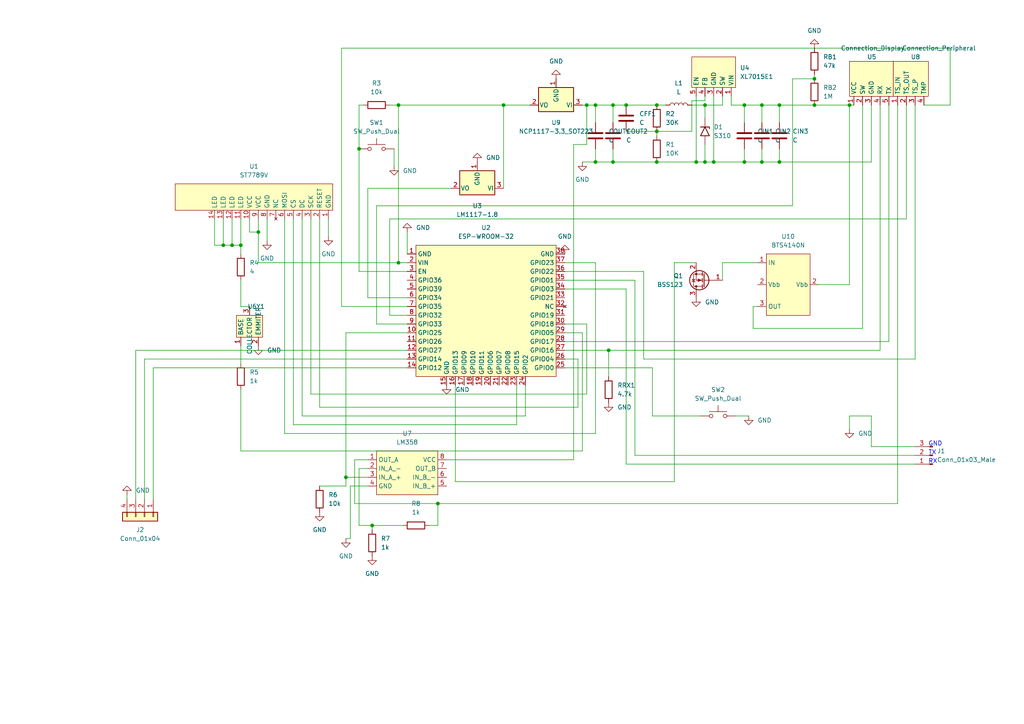
<source format=kicad_sch>
(kicad_sch (version 20211123) (generator eeschema)
  (paper "A4")
  (lib_symbols
    (symbol "Connector:Conn_01x03_Male" (pin_names (offset 1.016) hide)
      (property "Reference" "J" (at 0 5.08 0))
      (property "Value" "Conn_01x03_Male" (at 0 -5.08 0))
      (symbol "Conn_01x03_Male_1_1"
        (polyline (pts (xy 1.27 -2.54) (xy 0.8636 -2.54)) (stroke (width 0.1524)))
        (polyline (pts (xy 1.27 0) (xy 0.8636 0)) (stroke (width 0.1524)))
        (polyline (pts (xy 1.27 2.54) (xy 0.8636 2.54)) (stroke (width 0.1524)))
        (rectangle (start 0.8636 -2.413) (end 0 -2.667) (stroke (width 0.1524)) (fill (type outline)))
        (rectangle (start 0.8636 0.127) (end 0 -0.127) (stroke (width 0.1524)) (fill (type outline)))
        (rectangle (start 0.8636 2.667) (end 0 2.413) (stroke (width 0.1524)) (fill (type outline)))
        (pin passive line (at 5.08 2.54 180) (length 3.81) (name "Pin_1") (number "1"))
        (pin passive line (at 5.08 0 180) (length 3.81) (name "Pin_2") (number "2"))
        (pin passive line (at 5.08 -2.54 180) (length 3.81) (name "Pin_3") (number "3"))
      )
    )
    (symbol "Connector_Generic:Conn_01x04" (pin_names (offset 1.016) hide)
      (property "Reference" "J" (at 0 5.08 0))
      (property "Value" "Conn_01x04" (at 0 -7.62 0))
      (symbol "Conn_01x04_1_1"
        (rectangle (start -1.27 -4.953) (end 0 -5.207) (stroke (width 0.1524)))
        (rectangle (start -1.27 -2.413) (end 0 -2.667) (stroke (width 0.1524)))
        (rectangle (start -1.27 0.127) (end 0 -0.127) (stroke (width 0.1524)))
        (rectangle (start -1.27 2.667) (end 0 2.413) (stroke (width 0.1524)))
        (rectangle (start -1.27 3.81) (end 1.27 -6.35) (stroke (width 0.254)) (fill (type background)))
        (pin passive line (at -5.08 2.54 0) (length 3.81) (name "Pin_1") (number "1"))
        (pin passive line (at -5.08 0 0) (length 3.81) (name "Pin_2") (number "2"))
        (pin passive line (at -5.08 -2.54 0) (length 3.81) (name "Pin_3") (number "3"))
        (pin passive line (at -5.08 -5.08 0) (length 3.81) (name "Pin_4") (number "4"))
      )
    )
    (symbol "Device:C" (pin_numbers hide) (pin_names (offset 0.254))
      (property "Reference" "C" (at 0.635 2.54 0))
      (property "Value" "C" (at 0.635 -2.54 0))
      (symbol "C_0_1"
        (polyline (pts (xy -2.032 -0.762) (xy 2.032 -0.762)) (stroke (width 0.508)))
        (polyline (pts (xy -2.032 0.762) (xy 2.032 0.762)) (stroke (width 0.508)))
      )
      (symbol "C_1_1"
        (pin passive line (at 0 3.81 270) (length 2.794) (name "~") (number "1"))
        (pin passive line (at 0 -3.81 90) (length 2.794) (name "~") (number "2"))
      )
    )
    (symbol "Device:L" (pin_numbers hide) (pin_names (offset 1.016) hide)
      (property "Reference" "L" (at -1.27 0 90))
      (property "Value" "L" (at 1.905 0 90))
      (symbol "L_0_1"
        (arc (start 0 -2.54) (mid 0.635 -1.905) (end 0 -1.27))
        (arc (start 0 -1.27) (mid 0.635 -0.635) (end 0 0))
        (arc (start 0 0) (mid 0.635 0.635) (end 0 1.27))
        (arc (start 0 1.27) (mid 0.635 1.905) (end 0 2.54))
      )
      (symbol "L_1_1"
        (pin passive line (at 0 3.81 270) (length 1.27) (name "1") (number "1"))
        (pin passive line (at 0 -3.81 90) (length 1.27) (name "2") (number "2"))
      )
    )
    (symbol "Device:R" (pin_numbers hide) (pin_names (offset 0))
      (property "Reference" "R" (at 2.032 0 90))
      (property "Value" "R" (at 0 0 90))
      (symbol "R_0_1"
        (rectangle (start -1.016 -2.54) (end 1.016 2.54) (stroke (width 0.254)))
      )
      (symbol "R_1_1"
        (pin passive line (at 0 3.81 270) (length 1.27) (name "~") (number "1"))
        (pin passive line (at 0 -3.81 90) (length 1.27) (name "~") (number "2"))
      )
    )
    (symbol "Diode:1.5KExxA" (pin_numbers hide) (pin_names (offset 1.016) hide)
      (property "Reference" "D" (at 0 2.54 0))
      (property "Value" "1.5KExxA" (at 0 -2.54 0))
      (symbol "1.5KExxA_0_1"
        (polyline (pts (xy -0.762 1.27) (xy -1.27 1.27) (xy -1.27 -1.27)) (stroke (width 0.254)))
        (polyline (pts (xy 1.27 1.27) (xy 1.27 -1.27) (xy -1.27 0) (xy 1.27 1.27)) (stroke (width 0.254)))
      )
      (symbol "1.5KExxA_1_1"
        (pin passive line (at -3.81 0 0) (length 2.54) (name "A1") (number "1"))
        (pin passive line (at 3.81 0 180) (length 2.54) (name "A2") (number "2"))
      )
    )
    (symbol "Display:ST7789V"
      (property "Reference" "U" (at -12.7 -10.16 0))
      (property "Value" "ST7789V" (at -17.78 -10.16 0))
      (symbol "ST7789V_0_1"
        (rectangle (start -39.37 -8.89) (end 6.35 -16.51) (fill (type background)))
      )
      (symbol "ST7789V_1_1"
        (pin bidirectional line (at 5.08 -19.05 90) (length 2.54) (name "GND") (number "1"))
        (pin bidirectional line (at -17.78 -19.05 90) (length 2.54) (name "VCC") (number "10"))
        (pin bidirectional line (at -20.32 -19.05 90) (length 2.54) (name "LED") (number "11"))
        (pin bidirectional line (at -22.86 -19.05 90) (length 2.54) (name "LED") (number "12"))
        (pin bidirectional line (at -25.4 -19.05 90) (length 2.54) (name "LED") (number "13"))
        (pin bidirectional line (at -27.94 -19.05 90) (length 2.54) (name "LED") (number "14"))
        (pin bidirectional line (at 2.54 -19.05 90) (length 2.54) (name "RESET") (number "2"))
        (pin bidirectional line (at 0 -19.05 90) (length 2.54) (name "SCK") (number "3"))
        (pin bidirectional line (at -2.54 -19.05 90) (length 2.54) (name "DC") (number "4"))
        (pin bidirectional line (at -5.08 -19.05 90) (length 2.54) (name "CS") (number "5"))
        (pin bidirectional line (at -7.62 -19.05 90) (length 2.54) (name "MOSI") (number "6"))
        (pin no_connect line (at -10.16 -19.05 90) (length 2.54) (name "NC") (number "7"))
        (pin bidirectional line (at -12.7 -19.05 90) (length 2.54) (name "GND") (number "8"))
        (pin bidirectional line (at -15.24 -19.05 90) (length 2.54) (name "VCC") (number "9"))
      )
    )
    (symbol "Espressif:ESP-WROOM-32"
      (property "Reference" "U2" (at -5.08 12.7 0))
      (property "Value" "ESP-WROOM-32" (at -5.08 10.16 0))
      (symbol "ESP-WROOM-32_0_1"
        (rectangle (start -25.4 7.62) (end 15.24 -30.48) (fill (type background)))
      )
      (symbol "ESP-WROOM-32_1_1"
        (pin bidirectional line (at -27.94 5.08 0) (length 2.54) (name "GND") (number "1"))
        (pin bidirectional line (at -27.94 -17.78 0) (length 2.54) (name "GPIO25") (number "10"))
        (pin bidirectional line (at -27.94 -20.32 0) (length 2.54) (name "GPIO26") (number "11"))
        (pin bidirectional line (at -27.94 -22.86 0) (length 2.54) (name "GPIO27") (number "12"))
        (pin bidirectional line (at -27.94 -25.4 0) (length 2.54) (name "GPIO14") (number "13"))
        (pin bidirectional line (at -27.94 -27.94 0) (length 2.54) (name "GPIO12") (number "14"))
        (pin bidirectional line (at -16.51 -33.02 90) (length 2.54) (name "GND") (number "15"))
        (pin bidirectional line (at -13.97 -33.02 90) (length 2.54) (name "GPIO13") (number "16"))
        (pin bidirectional line (at -11.43 -33.02 90) (length 2.54) (name "GPIO09") (number "17"))
        (pin bidirectional line (at -8.89 -33.02 90) (length 2.54) (name "GPIO10") (number "18"))
        (pin bidirectional line (at -6.35 -33.02 90) (length 2.54) (name "GPIO11") (number "19"))
        (pin power_in line (at -27.94 2.54 0) (length 2.54) (name "VIN") (number "2"))
        (pin bidirectional line (at -3.81 -33.02 90) (length 2.54) (name "GPIO06") (number "20"))
        (pin bidirectional line (at -1.27 -33.02 90) (length 2.54) (name "GPIO07") (number "21"))
        (pin bidirectional line (at 1.27 -33.02 90) (length 2.54) (name "GPIO08") (number "22"))
        (pin bidirectional line (at 3.81 -33.02 90) (length 2.54) (name "GPIO15") (number "23"))
        (pin bidirectional line (at 6.35 -33.02 90) (length 2.54) (name "GPIO2") (number "24"))
        (pin bidirectional line (at 17.78 -27.94 180) (length 2.54) (name "GPIO0") (number "25"))
        (pin bidirectional line (at 17.78 -25.4 180) (length 2.54) (name "GPIO04") (number "26"))
        (pin bidirectional line (at 17.78 -22.86 180) (length 2.54) (name "GPIO16") (number "27"))
        (pin bidirectional line (at 17.78 -20.32 180) (length 2.54) (name "GPIO17") (number "28"))
        (pin bidirectional line (at 17.78 -17.78 180) (length 2.54) (name "GPIO05") (number "29"))
        (pin bidirectional line (at -27.94 0 0) (length 2.54) (name "EN") (number "3"))
        (pin bidirectional line (at 17.78 -15.24 180) (length 2.54) (name "GPIO18") (number "30"))
        (pin bidirectional line (at 17.78 -12.7 180) (length 2.54) (name "GPIO19") (number "31"))
        (pin no_connect line (at 17.78 -10.16 180) (length 2.54) (name "NC") (number "32"))
        (pin bidirectional line (at 17.78 -7.62 180) (length 2.54) (name "GPIO21") (number "33"))
        (pin bidirectional line (at 17.78 -5.08 180) (length 2.54) (name "GPIO03") (number "34"))
        (pin bidirectional line (at 17.78 -2.54 180) (length 2.54) (name "GPIO01") (number "35"))
        (pin bidirectional line (at 17.78 0 180) (length 2.54) (name "GPIO22") (number "36"))
        (pin bidirectional line (at 17.78 2.54 180) (length 2.54) (name "GPIO23") (number "37"))
        (pin bidirectional line (at 17.78 5.08 180) (length 2.54) (name "GND") (number "38"))
        (pin bidirectional line (at -27.94 -2.54 0) (length 2.54) (name "GPIO36") (number "4"))
        (pin bidirectional line (at -27.94 -5.08 0) (length 2.54) (name "GPIO39") (number "5"))
        (pin bidirectional line (at -27.94 -7.62 0) (length 2.54) (name "GPIO34") (number "6"))
        (pin bidirectional line (at -27.94 -10.16 0) (length 2.54) (name "GPIO35") (number "7"))
        (pin bidirectional line (at -27.94 -12.7 0) (length 2.54) (name "GPIO32") (number "8"))
        (pin bidirectional line (at -27.94 -15.24 0) (length 2.54) (name "GPIO33") (number "9"))
      )
    )
    (symbol "KT_Display:BTS4140N"
      (property "Reference" "U" (at 0 2.54 0))
      (property "Value" "BTS4140N" (at 0 1.27 0))
      (symbol "BTS4140N_0_1"
        (rectangle (start 8.89 -5.08) (end -8.89 7.62) (fill (type background)))
      )
      (symbol "BTS4140N_1_1"
        (pin input line (at -6.35 -7.62 90) (length 2.54) (name "IN") (number "1"))
        (pin input line (at 0 -7.62 90) (length 2.54) (name "Vbb") (number "2"))
        (pin input line (at 0 10.16 270) (length 2.54) (name "Vbb") (number "2"))
        (pin output line (at 6.35 -7.62 90) (length 2.54) (name "OUT") (number "3"))
      )
    )
    (symbol "KT_Display:Connection_Display"
      (property "Reference" "U" (at 0 6.35 0))
      (property "Value" "Connection_Display" (at -1.27 8.89 0))
      (symbol "Connection_Display_0_1"
        (rectangle (start -6.35 5.08) (end 6.35 -5.08) (fill (type background)))
      )
      (symbol "Connection_Display_1_1"
        (pin output line (at -5.08 -7.62 90) (length 2.54) (name "VCC") (number "1"))
        (pin input line (at -2.54 -7.62 90) (length 2.54) (name "SW") (number "2"))
        (pin bidirectional line (at 0 -7.62 90) (length 2.54) (name "GND") (number "3"))
        (pin output line (at 2.54 -7.62 90) (length 2.54) (name "RX") (number "4"))
        (pin input line (at 5.08 -7.62 90) (length 2.54) (name "TX") (number "5"))
      )
    )
    (symbol "KT_Display:Connection_Peripheral"
      (property "Reference" "U" (at 0 6.35 0))
      (property "Value" "Connection_Peripheral" (at 0 8.89 0))
      (symbol "Connection_Peripheral_0_1"
        (rectangle (start -5.08 5.08) (end 5.08 -5.08) (fill (type background)))
      )
      (symbol "Connection_Peripheral_1_1"
        (pin input line (at -3.81 -7.62 90) (length 2.54) (name "TS_IN") (number "1"))
        (pin output line (at -1.27 -7.62 90) (length 2.54) (name "TS_OUT") (number "2"))
        (pin input line (at 1.27 -7.62 90) (length 2.54) (name "TS_P") (number "3"))
        (pin output line (at 3.81 -7.62 90) (length 2.54) (name "TMP") (number "4"))
      )
    )
    (symbol "KT_Display:LM358"
      (property "Reference" "U" (at 0 1.27 0))
      (property "Value" "LM358" (at -1.27 8.89 0))
      (symbol "LM358_0_1"
        (rectangle (start -6.35 7.62) (end 11.43 -5.08) (fill (type background)))
      )
      (symbol "LM358_1_1"
        (pin output line (at -8.89 5.08 0) (length 2.54) (name "OUT_A") (number "1"))
        (pin input line (at -8.89 2.54 0) (length 2.54) (name "IN_A_-") (number "2"))
        (pin input line (at -8.89 0 0) (length 2.54) (name "IN_A_+") (number "3"))
        (pin bidirectional line (at -8.89 -2.54 0) (length 2.54) (name "GND") (number "4"))
        (pin input line (at 13.97 -2.54 180) (length 2.54) (name "IN_B_+") (number "5"))
        (pin input line (at 13.97 0 180) (length 2.54) (name "IN_B_-") (number "6"))
        (pin output line (at 13.97 2.54 180) (length 2.54) (name "OUT_B") (number "7"))
        (pin input line (at 13.97 5.08 180) (length 2.54) (name "VCC") (number "8"))
      )
    )
    (symbol "KT_Display:XL7015E1"
      (property "Reference" "U" (at -3.81 1.27 0))
      (property "Value" "XL7015E1" (at 1.27 3.81 0))
      (symbol "XL7015E1_0_1"
        (rectangle (start -5.08 5.08) (end 7.62 -3.81) (fill (type background)))
      )
      (symbol "XL7015E1_1_1"
        (pin bidirectional line (at 6.35 -6.35 90) (length 2.54) (name "VIN") (number "1"))
        (pin bidirectional line (at 3.81 -6.35 90) (length 2.54) (name "SW") (number "2"))
        (pin bidirectional line (at 1.27 -6.35 90) (length 2.54) (name "GND") (number "3"))
        (pin bidirectional line (at -1.27 -6.35 90) (length 2.54) (name "FB") (number "4"))
        (pin bidirectional line (at -3.81 -6.35 90) (length 2.54) (name "EN") (number "5"))
      )
    )
    (symbol "KT_Display:Y1"
      (property "Reference" "U6" (at 5.08 0.6351 90))
      (property "Value" "Y1" (at 5.08 -1.9049 90))
      (symbol "Y1_0_1"
        (rectangle (start -3.81 3.81) (end 2.54 -3.81) (fill (type background)))
      )
      (symbol "Y1_1_1"
        (pin input line (at -6.35 2.54 0) (length 2.54) (name "BASE") (number "1"))
        (pin input line (at -6.35 -2.54 0) (length 2.54) (name "EMMITER") (number "2"))
        (pin output line (at 5.08 0 180) (length 2.54) (name "COLLECTOR") (number "3"))
      )
    )
    (symbol "Regulator_Linear:LM1117-1.8" (pin_names (offset 0.254))
      (property "Reference" "U" (at -3.81 3.175 0))
      (property "Value" "LM1117-1.8" (at 0 3.175 0))
      (symbol "LM1117-1.8_0_1"
        (rectangle (start -5.08 -5.08) (end 5.08 1.905) (stroke (width 0.254)) (fill (type background)))
      )
      (symbol "LM1117-1.8_1_1"
        (pin power_in line (at 0 -7.62 90) (length 2.54) (name "GND") (number "1"))
        (pin power_out line (at 7.62 0 180) (length 2.54) (name "VO") (number "2"))
        (pin power_in line (at -7.62 0 0) (length 2.54) (name "VI") (number "3"))
      )
    )
    (symbol "Regulator_Linear:NCP1117-3.3_SOT223" (pin_names (offset 0.254))
      (property "Reference" "U" (at -3.81 3.175 0))
      (property "Value" "NCP1117-3.3_SOT223" (at 0 3.175 0))
      (symbol "NCP1117-3.3_SOT223_0_1"
        (rectangle (start -5.08 -5.08) (end 5.08 1.905) (stroke (width 0.254)) (fill (type background)))
      )
      (symbol "NCP1117-3.3_SOT223_1_1"
        (pin power_in line (at 0 -7.62 90) (length 2.54) (name "GND") (number "1"))
        (pin power_out line (at 7.62 0 180) (length 2.54) (name "VO") (number "2"))
        (pin power_in line (at -7.62 0 0) (length 2.54) (name "VI") (number "3"))
      )
    )
    (symbol "Switch:SW_Push" (pin_numbers hide) (pin_names (offset 1.016) hide)
      (property "Reference" "SW" (at 1.27 2.54 0))
      (property "Value" "SW_Push" (at 0 -1.524 0))
      (symbol "SW_Push_0_1"
        (circle (center -2.032 0) (radius 0.508))
        (polyline (pts (xy 0 1.27) (xy 0 3.048)))
        (polyline (pts (xy 2.54 1.27) (xy -2.54 1.27)))
        (circle (center 2.032 0) (radius 0.508))
        (pin passive line (at -5.08 0 0) (length 2.54) (name "1") (number "1"))
        (pin passive line (at 5.08 0 180) (length 2.54) (name "2") (number "2"))
      )
    )
    (symbol "Transistor_FET:BSS123" (pin_names hide)
      (property "Reference" "Q" (at 5.08 1.905 0))
      (property "Value" "BSS123" (at 5.08 0 0))
      (symbol "BSS123_0_1"
        (polyline (pts (xy 0.254 0) (xy -2.54 0)))
        (polyline (pts (xy 0.254 1.905) (xy 0.254 -1.905)) (stroke (width 0.254)))
        (polyline (pts (xy 0.762 -1.27) (xy 0.762 -2.286)) (stroke (width 0.254)))
        (polyline (pts (xy 0.762 0.508) (xy 0.762 -0.508)) (stroke (width 0.254)))
        (polyline (pts (xy 0.762 2.286) (xy 0.762 1.27)) (stroke (width 0.254)))
        (polyline (pts (xy 2.54 2.54) (xy 2.54 1.778)))
        (polyline (pts (xy 2.54 -2.54) (xy 2.54 0) (xy 0.762 0)))
        (polyline (pts (xy 0.762 -1.778) (xy 3.302 -1.778) (xy 3.302 1.778) (xy 0.762 1.778)))
        (polyline (pts (xy 1.016 0) (xy 2.032 0.381) (xy 2.032 -0.381) (xy 1.016 0)) (fill (type outline)))
        (polyline (pts (xy 2.794 0.508) (xy 2.921 0.381) (xy 3.683 0.381) (xy 3.81 0.254)))
        (polyline (pts (xy 3.302 0.381) (xy 2.921 -0.254) (xy 3.683 -0.254) (xy 3.302 0.381)))
        (circle (center 1.651 0) (radius 2.794) (stroke (width 0.254)))
        (circle (center 2.54 -1.778) (radius 0.254) (fill (type outline)))
        (circle (center 2.54 1.778) (radius 0.254) (fill (type outline)))
      )
      (symbol "BSS123_1_1"
        (pin input line (at -5.08 0 0) (length 2.54) (name "G") (number "1"))
        (pin passive line (at 2.54 -5.08 90) (length 2.54) (name "S") (number "2"))
        (pin passive line (at 2.54 5.08 270) (length 2.54) (name "D") (number "3"))
      )
    )
    (symbol "power:GND" (power) (pin_names (offset 0))
      (property "Value" "GND" (at 0 -3.81 0))
      (symbol "GND_0_1"
        (polyline (pts (xy 0 0) (xy 0 -1.27) (xy 1.27 -1.27) (xy 0 -2.54) (xy -1.27 -1.27) (xy 0 -1.27)))
      )
      (symbol "GND_1_1"
        (pin power_in line (at 0 0 270) (length 0) hide (name "GND") (number "1"))
      )
    )
  )
  (junction (at 220.98 30.48))
  (junction (at 215.9 46.99))
  (junction (at 236.22 22.86))
  (junction (at 115.57 76.2))
  (junction (at 204.47 30.48))
  (junction (at 177.8 46.99))
  (junction (at 201.93 46.99))
  (junction (at 226.06 46.99))
  (junction (at 176.53 101.6))
  (junction (at 246.38 30.48))
  (junction (at 115.57 30.48))
  (junction (at 190.5 30.48))
  (junction (at 170.18 30.48))
  (junction (at 236.22 30.48))
  (junction (at 226.06 30.48))
  (junction (at 100.33 138.43))
  (junction (at 215.9 30.48))
  (junction (at 74.93 67.31))
  (junction (at 177.8 30.48))
  (junction (at 190.5 46.99))
  (junction (at 190.5 38.1))
  (junction (at 172.72 30.48))
  (junction (at 127 146.05))
  (junction (at 146.05 30.48))
  (junction (at 67.31 71.12))
  (junction (at 204.47 46.99))
  (junction (at 104.14 43.18))
  (junction (at 69.85 71.12))
  (junction (at 181.61 30.48))
  (junction (at 220.98 46.99))
  (junction (at 172.72 46.99))
  (junction (at 64.77 71.12))
  (junction (at 207.01 46.99))
  (junction (at 107.95 152.4))
  (wire (pts (xy 252.73 120.65) (xy 246.38 120.65)))
  (wire (pts (xy 275.59 30.48) (xy 267.97 30.48)))
  (wire (pts (xy 226.06 30.48) (xy 226.06 35.56)))
  (wire (pts (xy 115.57 30.48) (xy 115.57 76.2)))
  (wire (pts (xy 186.69 78.74) (xy 186.69 104.14)))
  (wire (pts (xy 104.14 43.18) (xy 104.14 78.74)))
  (wire (pts (xy 109.22 59.69) (xy 109.22 93.98)))
  (wire (pts (xy 115.57 76.2) (xy 118.11 76.2)))
  (wire (pts (xy 170.18 30.48) (xy 170.18 41.91)))
  (wire (pts (xy 166.37 41.91) (xy 166.37 133.35)))
  (wire (pts (xy 236.22 22.86) (xy 229.87 22.86)))
  (wire (pts (xy 201.93 76.2) (xy 195.58 76.2)))
  (wire (pts (xy 215.9 30.48) (xy 212.09 30.48)))
  (wire (pts (xy 163.83 101.6) (xy 176.53 101.6)))
  (wire (pts (xy 166.37 133.35) (xy 129.54 133.35)))
  (wire (pts (xy 209.55 81.28) (xy 209.55 76.2)))
  (wire (pts (xy 217.17 120.65) (xy 213.36 120.65)))
  (wire (pts (xy 113.03 63.5) (xy 262.89 63.5)))
  (wire (pts (xy 105.41 30.48) (xy 104.14 30.48)))
  (wire (pts (xy 114.3 43.18) (xy 114.3 48.26)))
  (wire (pts (xy 77.47 63.5) (xy 77.47 69.85)))
  (wire (pts (xy 218.44 88.9) (xy 219.71 88.9)))
  (wire (pts (xy 104.14 30.48) (xy 104.14 43.18)))
  (wire (pts (xy 181.61 83.82) (xy 163.83 83.82)))
  (wire (pts (xy 62.23 63.5) (xy 62.23 71.12)))
  (wire (pts (xy 163.83 78.74) (xy 186.69 78.74)))
  (wire (pts (xy 85.09 123.19) (xy 149.86 123.19)))
  (wire (pts (xy 203.2 120.65) (xy 189.23 120.65)))
  (wire (pts (xy 265.43 104.14) (xy 265.43 30.48)))
  (wire (pts (xy 130.81 54.61) (xy 106.68 54.61)))
  (wire (pts (xy 72.39 67.31) (xy 74.93 67.31)))
  (wire (pts (xy 204.47 29.21) (xy 200.66 29.21)))
  (wire (pts (xy 170.18 41.91) (xy 166.37 41.91)))
  (wire (pts (xy 275.59 13.97) (xy 275.59 30.48)))
  (wire (pts (xy 85.09 63.5) (xy 85.09 123.19)))
  (wire (pts (xy 226.06 30.48) (xy 236.22 30.48)))
  (wire (pts (xy 257.81 99.06) (xy 257.81 30.48)))
  (wire (pts (xy 106.68 135.89) (xy 104.14 135.89)))
  (wire (pts (xy 200.66 30.48) (xy 204.47 30.48)))
  (wire (pts (xy 69.85 71.12) (xy 69.85 63.5)))
  (wire (pts (xy 82.55 125.73) (xy 172.72 125.73)))
  (wire (pts (xy 220.98 43.18) (xy 220.98 46.99)))
  (wire (pts (xy 100.33 138.43) (xy 106.68 138.43)))
  (wire (pts (xy 181.61 30.48) (xy 177.8 30.48)))
  (wire (pts (xy 44.45 106.68) (xy 44.45 144.78)))
  (wire (pts (xy 229.87 59.69) (xy 109.22 59.69)))
  (wire (pts (xy 41.91 104.14) (xy 41.91 144.78)))
  (wire (pts (xy 181.61 38.1) (xy 190.5 38.1)))
  (wire (pts (xy 87.63 120.65) (xy 152.4 120.65)))
  (wire (pts (xy 90.17 63.5) (xy 90.17 114.3)))
  (wire (pts (xy 163.83 96.52) (xy 168.91 96.52)))
  (wire (pts (xy 118.11 101.6) (xy 39.37 101.6)))
  (wire (pts (xy 246.38 30.48) (xy 247.65 30.48)))
  (wire (pts (xy 101.6 140.97) (xy 101.6 156.21)))
  (wire (pts (xy 220.98 30.48) (xy 226.06 30.48)))
  (wire (pts (xy 146.05 30.48) (xy 146.05 54.61)))
  (wire (pts (xy 118.11 91.44) (xy 113.03 91.44)))
  (wire (pts (xy 100.33 138.43) (xy 100.33 140.97)))
  (wire (pts (xy 132.08 111.76) (xy 132.08 139.7)))
  (wire (pts (xy 260.35 146.05) (xy 260.35 30.48)))
  (wire (pts (xy 99.06 88.9) (xy 99.06 13.97)))
  (wire (pts (xy 118.11 67.31) (xy 118.11 73.66)))
  (wire (pts (xy 72.39 88.9) (xy 69.85 88.9)))
  (wire (pts (xy 209.55 27.94) (xy 209.55 30.48)))
  (wire (pts (xy 215.9 30.48) (xy 220.98 30.48)))
  (wire (pts (xy 127 146.05) (xy 260.35 146.05)))
  (wire (pts (xy 176.53 109.22) (xy 176.53 101.6)))
  (wire (pts (xy 190.5 38.1) (xy 190.5 39.37)))
  (wire (pts (xy 177.8 43.18) (xy 177.8 46.99)))
  (wire (pts (xy 226.06 46.99) (xy 252.73 46.99)))
  (wire (pts (xy 177.8 46.99) (xy 190.5 46.99)))
  (wire (pts (xy 172.72 30.48) (xy 172.72 35.56)))
  (wire (pts (xy 226.06 43.18) (xy 226.06 46.99)))
  (wire (pts (xy 69.85 81.28) (xy 69.85 88.9)))
  (wire (pts (xy 90.17 114.3) (xy 170.18 114.3)))
  (wire (pts (xy 87.63 63.5) (xy 87.63 120.65)))
  (wire (pts (xy 220.98 46.99) (xy 226.06 46.99)))
  (wire (pts (xy 118.11 96.52) (xy 100.33 96.52)))
  (wire (pts (xy 204.47 27.94) (xy 204.47 29.21)))
  (wire (pts (xy 170.18 114.3) (xy 170.18 93.98)))
  (wire (pts (xy 67.31 71.12) (xy 67.31 63.5)))
  (wire (pts (xy 262.89 63.5) (xy 262.89 30.48)))
  (wire (pts (xy 229.87 22.86) (xy 229.87 59.69)))
  (wire (pts (xy 212.09 30.48) (xy 212.09 27.94)))
  (wire (pts (xy 195.58 76.2) (xy 195.58 139.7)))
  (wire (pts (xy 218.44 95.25) (xy 218.44 88.9)))
  (wire (pts (xy 184.15 132.08) (xy 184.15 81.28)))
  (wire (pts (xy 265.43 134.62) (xy 181.61 134.62)))
  (wire (pts (xy 124.46 152.4) (xy 127 152.4)))
  (wire (pts (xy 220.98 30.48) (xy 220.98 35.56)))
  (wire (pts (xy 69.85 105.41) (xy 69.85 100.33)))
  (wire (pts (xy 100.33 96.52) (xy 100.33 138.43)))
  (wire (pts (xy 215.9 46.99) (xy 215.9 43.18)))
  (wire (pts (xy 92.71 63.5) (xy 92.71 118.11)))
  (wire (pts (xy 115.57 30.48) (xy 146.05 30.48)))
  (wire (pts (xy 118.11 88.9) (xy 99.06 88.9)))
  (wire (pts (xy 201.93 27.94) (xy 201.93 46.99)))
  (wire (pts (xy 176.53 101.6) (xy 255.27 101.6)))
  (wire (pts (xy 236.22 21.59) (xy 236.22 22.86)))
  (wire (pts (xy 106.68 86.36) (xy 118.11 86.36)))
  (wire (pts (xy 107.95 152.4) (xy 107.95 153.67)))
  (wire (pts (xy 39.37 101.6) (xy 39.37 144.78)))
  (wire (pts (xy 250.19 30.48) (xy 250.19 95.25)))
  (wire (pts (xy 172.72 46.99) (xy 168.91 46.99)))
  (wire (pts (xy 236.22 30.48) (xy 246.38 30.48)))
  (wire (pts (xy 113.03 91.44) (xy 113.03 63.5)))
  (wire (pts (xy 101.6 156.21) (xy 100.33 156.21)))
  (wire (pts (xy 167.64 104.14) (xy 163.83 104.14)))
  (wire (pts (xy 118.11 104.14) (xy 41.91 104.14)))
  (wire (pts (xy 74.93 76.2) (xy 115.57 76.2)))
  (wire (pts (xy 146.05 30.48) (xy 153.67 30.48)))
  (wire (pts (xy 132.08 139.7) (xy 195.58 139.7)))
  (wire (pts (xy 209.55 76.2) (xy 219.71 76.2)))
  (wire (pts (xy 207.01 27.94) (xy 207.01 46.99)))
  (wire (pts (xy 127 146.05) (xy 127 152.4)))
  (wire (pts (xy 252.73 30.48) (xy 252.73 46.99)))
  (wire (pts (xy 172.72 125.73) (xy 172.72 76.2)))
  (wire (pts (xy 181.61 134.62) (xy 181.61 83.82)))
  (wire (pts (xy 64.77 63.5) (xy 64.77 71.12)))
  (wire (pts (xy 168.91 96.52) (xy 168.91 130.81)))
  (wire (pts (xy 109.22 93.98) (xy 118.11 93.98)))
  (wire (pts (xy 215.9 46.99) (xy 220.98 46.99)))
  (wire (pts (xy 62.23 71.12) (xy 64.77 71.12)))
  (wire (pts (xy 177.8 30.48) (xy 172.72 30.48)))
  (wire (pts (xy 152.4 120.65) (xy 152.4 111.76)))
  (wire (pts (xy 72.39 67.31) (xy 72.39 63.5)))
  (wire (pts (xy 102.87 146.05) (xy 127 146.05)))
  (wire (pts (xy 190.5 46.99) (xy 201.93 46.99)))
  (wire (pts (xy 246.38 120.65) (xy 246.38 124.46)))
  (wire (pts (xy 255.27 30.48) (xy 255.27 101.6)))
  (wire (pts (xy 190.5 38.1) (xy 200.66 38.1)))
  (wire (pts (xy 92.71 140.97) (xy 100.33 140.97)))
  (wire (pts (xy 69.85 73.66) (xy 69.85 71.12)))
  (wire (pts (xy 204.47 46.99) (xy 207.01 46.99)))
  (wire (pts (xy 250.19 95.25) (xy 218.44 95.25)))
  (wire (pts (xy 172.72 46.99) (xy 172.72 43.18)))
  (wire (pts (xy 265.43 129.54) (xy 252.73 129.54)))
  (wire (pts (xy 170.18 30.48) (xy 172.72 30.48)))
  (wire (pts (xy 74.93 67.31) (xy 74.93 76.2)))
  (wire (pts (xy 106.68 54.61) (xy 106.68 86.36)))
  (wire (pts (xy 95.25 63.5) (xy 95.25 68.58)))
  (wire (pts (xy 252.73 129.54) (xy 252.73 120.65)))
  (wire (pts (xy 177.8 30.48) (xy 177.8 35.56)))
  (wire (pts (xy 36.83 143.51) (xy 36.83 144.78)))
  (wire (pts (xy 74.93 67.31) (xy 74.93 63.5)))
  (wire (pts (xy 204.47 30.48) (xy 204.47 34.29)))
  (wire (pts (xy 167.64 118.11) (xy 167.64 104.14)))
  (wire (pts (xy 99.06 13.97) (xy 275.59 13.97)))
  (wire (pts (xy 168.91 130.81) (xy 69.85 130.81)))
  (wire (pts (xy 237.49 82.55) (xy 246.38 82.55)))
  (wire (pts (xy 186.69 104.14) (xy 265.43 104.14)))
  (wire (pts (xy 163.83 99.06) (xy 257.81 99.06)))
  (wire (pts (xy 82.55 63.5) (xy 82.55 125.73)))
  (wire (pts (xy 104.14 78.74) (xy 118.11 78.74)))
  (wire (pts (xy 200.66 29.21) (xy 200.66 38.1)))
  (wire (pts (xy 265.43 132.08) (xy 184.15 132.08)))
  (wire (pts (xy 92.71 118.11) (xy 167.64 118.11)))
  (wire (pts (xy 107.95 152.4) (xy 116.84 152.4)))
  (wire (pts (xy 246.38 82.55) (xy 246.38 30.48)))
  (wire (pts (xy 118.11 106.68) (xy 44.45 106.68)))
  (wire (pts (xy 69.85 71.12) (xy 67.31 71.12)))
  (wire (pts (xy 106.68 140.97) (xy 101.6 140.97)))
  (wire (pts (xy 189.23 120.65) (xy 189.23 106.68)))
  (wire (pts (xy 64.77 71.12) (xy 67.31 71.12)))
  (wire (pts (xy 170.18 93.98) (xy 163.83 93.98)))
  (wire (pts (xy 184.15 81.28) (xy 163.83 81.28)))
  (wire (pts (xy 104.14 152.4) (xy 107.95 152.4)))
  (wire (pts (xy 149.86 123.19) (xy 149.86 111.76)))
  (wire (pts (xy 189.23 106.68) (xy 163.83 106.68)))
  (wire (pts (xy 102.87 133.35) (xy 102.87 146.05)))
  (wire (pts (xy 69.85 130.81) (xy 69.85 113.03)))
  (wire (pts (xy 104.14 135.89) (xy 104.14 152.4)))
  (wire (pts (xy 190.5 30.48) (xy 193.04 30.48)))
  (wire (pts (xy 204.47 41.91) (xy 204.47 46.99)))
  (wire (pts (xy 172.72 46.99) (xy 177.8 46.99)))
  (wire (pts (xy 207.01 46.99) (xy 215.9 46.99)))
  (wire (pts (xy 215.9 30.48) (xy 215.9 35.56)))
  (wire (pts (xy 168.91 30.48) (xy 170.18 30.48)))
  (wire (pts (xy 106.68 133.35) (xy 102.87 133.35)))
  (wire (pts (xy 209.55 30.48) (xy 204.47 30.48)))
  (wire (pts (xy 172.72 76.2) (xy 163.83 76.2)))
  (wire (pts (xy 181.61 30.48) (xy 190.5 30.48)))
  (wire (pts (xy 113.03 30.48) (xy 115.57 30.48)))
  (wire (pts (xy 201.93 46.99) (xy 204.47 46.99)))
  (text "RX\n" (at 269.24 134.62 0) (effects (font (size 1.27 1.27)) (justify left bottom)))
  (text "TX\n" (at 269.24 132.08 0) (effects (font (size 1.27 1.27)) (justify left bottom)))
  (text "GND" (at 269.24 129.54 0) (effects (font (size 1.27 1.27)) (justify left bottom)))
  (symbol (lib_id "KT_Display:XL7015E1") (at 205.74 21.59 0) (unit 1)
    (property "Reference" "U4" (at 214.63 19.6849 0) (effects (justify left)))
    (property "Value" "XL7015E1" (at 214.63 22.2249 0) (effects (justify left)))
    (property "Footprint" "Package_TO_SOT_SMD:TO-252-5_TabPin3" (effects hide))
  )
  (symbol (lib_id "power:GND") (at 118.11 67.31 180) (unit 1)
    (property "Reference" "#PWR0108" (effects hide))
    (property "Value" "GND" (at 120.65 66.0399 0) (effects (justify right)))
  )
  (symbol (lib_id "power:GND") (at 163.83 73.66 180) (unit 1)
    (property "Reference" "#PWR0115" (effects hide))
    (property "Value" "GND" (at 163.83 68.58 0))
  )
  (symbol (lib_id "Device:R") (at 92.71 144.78 0) (unit 1)
    (property "Reference" "R6" (at 95.25 143.5099 0) (effects (justify left)))
    (property "Value" "10k" (at 95.25 146.0499 0) (effects (justify left)))
    (property "Footprint" "Resistor_SMD:R_1206_3216Metric_Pad1.30x1.75mm_HandSolder" (effects hide))
  )
  (symbol (lib_id "power:GND") (at 217.17 120.65 0) (unit 1)
    (property "Reference" "#PWR0102" (effects hide))
    (property "Value" "GND" (at 219.71 121.9199 0) (effects (justify left)))
  )
  (symbol (lib_id "Device:C") (at 172.72 39.37 0) (unit 1)
    (property "Reference" "COUT1" (at 176.53 38.0999 0) (effects (justify left)))
    (property "Value" "C" (at 176.53 40.6399 0) (effects (justify left)))
    (property "Footprint" "Capacitor_SMD:C_1210_3225Metric_Pad1.33x2.70mm_HandSolder" (effects hide))
  )
  (symbol (lib_id "power:GND") (at 176.53 116.84 0) (unit 1)
    (property "Reference" "#PWR0103" (effects hide))
    (property "Value" "GND" (at 179.07 118.1099 0) (effects (justify left)))
  )
  (symbol (lib_id "Regulator_Linear:NCP1117-3.3_SOT223") (at 161.29 30.48 180) (unit 1)
    (property "Reference" "U9" (at 161.29 35.56 0))
    (property "Value" "NCP1117-3.3_SOT223" (at 161.29 38.1 0))
    (property "Footprint" "Package_TO_SOT_SMD:SOT-223-3_TabPin2" (effects hide))
    (property "Datasheet" "http://www.onsemi.com/pub_link/Collateral/NCP1117-D.PDF" (effects hide))
  )
  (symbol (lib_id "Device:R") (at 120.65 152.4 90) (unit 1)
    (property "Reference" "R8" (at 120.65 146.05 90))
    (property "Value" "1k" (at 120.65 148.59 90))
    (property "Footprint" "Resistor_SMD:R_1206_3216Metric_Pad1.30x1.75mm_HandSolder" (effects hide))
  )
  (symbol (lib_id "Transistor_FET:BSS123") (at 204.47 81.28 180) (unit 1)
    (property "Reference" "Q1" (at 198.12 80.0099 0) (effects (justify left)))
    (property "Value" "BSS123" (at 198.12 82.5499 0) (effects (justify left)))
    (property "Footprint" "Package_TO_SOT_SMD:SOT-23" (effects hide))
    (property "Datasheet" "http://www.diodes.com/assets/Datasheets/ds30366.pdf" (effects hide))
  )
  (symbol (lib_id "Device:C") (at 215.9 39.37 0) (unit 1)
    (property "Reference" "CIN1" (at 219.71 38.0999 0) (effects (justify left)))
    (property "Value" "C" (at 219.71 40.6399 0) (effects (justify left)))
    (property "Footprint" "Capacitor_SMD:C_1210_3225Metric_Pad1.33x2.70mm_HandSolder" (effects hide))
  )
  (symbol (lib_id "Device:R") (at 109.22 30.48 90) (unit 1)
    (property "Reference" "R3" (at 109.22 24.13 90))
    (property "Value" "10k" (at 109.22 26.67 90))
    (property "Footprint" "Resistor_SMD:R_1206_3216Metric_Pad1.30x1.75mm_HandSolder" (effects hide))
  )
  (symbol (lib_id "Device:R") (at 69.85 77.47 0) (unit 1)
    (property "Reference" "R4" (at 72.39 76.1999 0) (effects (justify left)))
    (property "Value" "4" (at 72.39 78.7399 0) (effects (justify left)))
    (property "Footprint" "Resistor_SMD:R_1206_3216Metric_Pad1.30x1.75mm_HandSolder" (effects hide))
  )
  (symbol (lib_id "power:GND") (at 74.93 100.33 0) (unit 1)
    (property "Reference" "#PWR0110" (effects hide))
    (property "Value" "GND" (at 77.47 101.5999 0) (effects (justify left)))
  )
  (symbol (lib_id "Device:R") (at 69.85 109.22 0) (unit 1)
    (property "Reference" "R5" (at 72.39 107.9499 0) (effects (justify left)))
    (property "Value" "1k" (at 72.39 110.4899 0) (effects (justify left)))
    (property "Footprint" "Resistor_SMD:R_1206_3216Metric_Pad1.30x1.75mm_HandSolder" (effects hide))
  )
  (symbol (lib_id "power:GND") (at 138.43 46.99 180) (unit 1)
    (property "Reference" "#PWR0105" (effects hide))
    (property "Value" "GND" (at 140.97 45.7199 0) (effects (justify right)))
  )
  (symbol (lib_id "Switch:SW_Push") (at 208.28 120.65 0) (unit 1)
    (property "Reference" "SW2" (at 208.28 113.03 0))
    (property "Value" "SW_Push_Dual" (at 208.28 115.57 0))
    (property "Footprint" "KT_Display:SW1" (effects hide))
  )
  (symbol (lib_id "Device:C") (at 220.98 39.37 0) (unit 1)
    (property "Reference" "CIN2" (at 224.79 38.0999 0) (effects (justify left)))
    (property "Value" "C" (at 224.79 40.6399 0) (effects (justify left)))
    (property "Footprint" "Capacitor_SMD:C_1210_3225Metric_Pad1.33x2.70mm_HandSolder" (effects hide))
  )
  (symbol (lib_id "power:GND") (at 129.54 111.76 0) (unit 1)
    (property "Reference" "#PWR0116" (effects hide))
    (property "Value" "GND" (at 132.08 113.0299 0) (effects (justify left)))
  )
  (symbol (lib_id "Device:C") (at 177.8 39.37 0) (unit 1)
    (property "Reference" "COUT2" (at 181.61 38.0999 0) (effects (justify left)))
    (property "Value" "C" (at 181.61 40.6399 0) (effects (justify left)))
    (property "Footprint" "Capacitor_SMD:C_1210_3225Metric_Pad1.33x2.70mm_HandSolder" (effects hide))
  )
  (symbol (lib_id "Device:C") (at 181.61 34.29 180) (unit 1)
    (property "Reference" "CFF1" (at 185.42 33.0199 0) (effects (justify right)))
    (property "Value" "C" (at 185.42 35.5599 0) (effects (justify right)))
    (property "Footprint" "Capacitor_SMD:C_1206_3216Metric_Pad1.33x1.80mm_HandSolder" (effects hide))
  )
  (symbol (lib_id "KT_Display:BTS4140N") (at 227.33 82.55 270) (unit 1)
    (property "Reference" "U10" (at 228.6 68.58 90))
    (property "Value" "BTS4140N" (at 228.6 71.12 90))
    (property "Footprint" "Package_TO_SOT_SMD:SOT-223-3_TabPin2" (effects hide))
  )
  (symbol (lib_id "power:GND") (at 107.95 161.29 0) (unit 1)
    (property "Reference" "#PWR02" (effects hide))
    (property "Value" "GND" (at 107.95 166.37 0))
  )
  (symbol (lib_id "power:GND") (at 236.22 13.97 180) (unit 1)
    (property "Reference" "#PWR0113" (effects hide))
    (property "Value" "GND" (at 236.22 8.89 0))
  )
  (symbol (lib_id "Device:R") (at 236.22 26.67 0) (unit 1)
    (property "Reference" "RB2" (at 238.76 25.3999 0) (effects (justify left)))
    (property "Value" "1M" (at 238.76 27.9399 0) (effects (justify left)))
    (property "Footprint" "Resistor_SMD:R_1206_3216Metric_Pad1.30x1.75mm_HandSolder" (effects hide))
  )
  (symbol (lib_id "power:GND") (at 168.91 46.99 0) (unit 1)
    (property "Reference" "#PWR0106" (effects hide))
    (property "Value" "GND" (at 168.91 52.07 0))
  )
  (symbol (lib_id "KT_Display:Connection_Display") (at 252.73 22.86 0) (unit 1)
    (property "Reference" "U5" (at 251.46 16.51 0) (effects (justify left)))
    (property "Value" "Connection_Display" (at 243.84 13.97 0) (effects (justify left)))
    (property "Footprint" "KT_Display:SolderWire-1x5-display" (effects hide))
  )
  (symbol (lib_id "KT_Display:Y1") (at 72.39 93.98 90) (unit 1)
    (property "Reference" "U6" (at 71.7549 88.9 90) (effects (justify right)))
    (property "Value" "Y1" (at 74.2949 88.9 90) (effects (justify right)))
    (property "Footprint" "Package_TO_SOT_SMD:SOT-23" (effects hide))
  )
  (symbol (lib_id "power:GND") (at 95.25 68.58 0) (unit 1)
    (property "Reference" "#PWR0112" (effects hide))
    (property "Value" "GND" (at 95.25 73.66 0))
  )
  (symbol (lib_id "Device:R") (at 236.22 17.78 180) (unit 1)
    (property "Reference" "RB1" (at 238.76 16.5099 0) (effects (justify right)))
    (property "Value" "47k" (at 238.76 19.0499 0) (effects (justify right)))
    (property "Footprint" "Resistor_SMD:R_1206_3216Metric_Pad1.30x1.75mm_HandSolder" (effects hide))
  )
  (symbol (lib_id "power:GND") (at 114.3 48.26 0) (unit 1)
    (property "Reference" "#PWR0109" (effects hide))
    (property "Value" "GND" (at 116.84 49.5299 0) (effects (justify left)))
  )
  (symbol (lib_id "power:GND") (at 201.93 86.36 0) (unit 1)
    (property "Reference" "#PWR0104" (effects hide))
    (property "Value" "GND" (at 204.47 87.6299 0) (effects (justify left)))
  )
  (symbol (lib_id "Espressif:ESP-WROOM-32") (at 146.05 78.74 0) (unit 1)
    (property "Reference" "U2" (at 140.97 66.04 0))
    (property "Value" "ESP-WROOM-32" (at 140.97 68.58 0))
    (property "Footprint" "KT_Display:ESP32-WROOM-32" (effects hide))
  )
  (symbol (lib_id "Device:L") (at 196.85 30.48 90) (unit 1)
    (property "Reference" "L1" (at 196.85 24.13 90))
    (property "Value" "L" (at 196.85 26.67 90))
    (property "Footprint" "Inductor_SMD:L_7.3x7.3_H3.5" (effects hide))
  )
  (symbol (lib_id "Diode:1.5KExxA") (at 204.47 38.1 270) (unit 1)
    (property "Reference" "D1" (at 207.01 36.8299 90) (effects (justify left)))
    (property "Value" "S310" (at 207.01 39.3699 90) (effects (justify left)))
    (property "Footprint" "KT_Display:S2M" (effects hide))
    (property "Datasheet" "https://www.vishay.com/docs/88301/15ke.pdf" (effects hide))
  )
  (symbol (lib_id "Device:R") (at 176.53 113.03 0) (unit 1)
    (property "Reference" "RRX1" (at 179.07 111.7599 0) (effects (justify left)))
    (property "Value" "4.7k" (at 179.07 114.2999 0) (effects (justify left)))
    (property "Footprint" "Resistor_SMD:R_1206_3216Metric_Pad1.30x1.75mm_HandSolder" (effects hide))
  )
  (symbol (lib_id "power:GND") (at 36.83 143.51 180) (unit 1)
    (property "Reference" "#PWR03" (effects hide))
    (property "Value" "GND" (at 39.37 142.2399 0) (effects (justify right)))
  )
  (symbol (lib_id "power:GND") (at 246.38 124.46 0) (unit 1)
    (property "Reference" "#PWR0101" (effects hide))
    (property "Value" "GND" (at 248.92 125.7299 0) (effects (justify left)))
  )
  (symbol (lib_id "Switch:SW_Push") (at 109.22 43.18 0) (unit 1)
    (property "Reference" "SW1" (at 109.22 35.56 0))
    (property "Value" "SW_Push_Dual" (at 109.22 38.1 0))
    (property "Footprint" "KT_Display:SW1" (effects hide))
  )
  (symbol (lib_id "KT_Display:LM358") (at 115.57 138.43 0) (unit 1)
    (property "Reference" "U7" (at 118.11 125.73 0))
    (property "Value" "LM358" (at 118.11 128.27 0))
    (property "Footprint" "Package_SO:SO-8_5.3x6.2mm_P1.27mm" (effects hide))
  )
  (symbol (lib_id "Connector_Generic:Conn_01x04") (at 41.91 149.86 270) (unit 1)
    (property "Reference" "J2" (at 40.64 153.67 90))
    (property "Value" "Conn_01x04" (at 40.64 156.21 90))
    (property "Footprint" "KT_Display:SolderWire-1x4-buttons" (effects hide))
  )
  (symbol (lib_id "KT_Display:Connection_Peripheral") (at 264.16 22.86 0) (unit 1)
    (property "Reference" "U8" (at 264.16 16.51 0) (effects (justify left)))
    (property "Value" "Connection_Peripheral" (at 261.62 13.97 0) (effects (justify left)))
    (property "Footprint" "KT_Display:SolderWire-1x4-ts" (effects hide))
  )
  (symbol (lib_id "Device:C") (at 226.06 39.37 0) (unit 1)
    (property "Reference" "CIN3" (at 229.87 38.0999 0) (effects (justify left)))
    (property "Value" "C" (at 229.87 40.6399 0) (effects (justify left)))
    (property "Footprint" "Capacitor_SMD:C_1210_3225Metric_Pad1.33x2.70mm_HandSolder" (effects hide))
  )
  (symbol (lib_id "Device:R") (at 190.5 34.29 0) (unit 1)
    (property "Reference" "R2" (at 193.04 33.0199 0) (effects (justify left)))
    (property "Value" "30K" (at 193.04 35.5599 0) (effects (justify left)))
    (property "Footprint" "Resistor_SMD:R_1206_3216Metric_Pad1.30x1.75mm_HandSolder" (effects hide))
  )
  (symbol (lib_id "Device:R") (at 190.5 43.18 0) (unit 1)
    (property "Reference" "R1" (at 193.04 41.9099 0) (effects (justify left)))
    (property "Value" "10K" (at 193.04 44.4499 0) (effects (justify left)))
    (property "Footprint" "Resistor_SMD:R_1206_3216Metric_Pad1.30x1.75mm_HandSolder" (effects hide))
  )
  (symbol (lib_id "power:GND") (at 92.71 148.59 0) (unit 1)
    (property "Reference" "#PWR01" (effects hide))
    (property "Value" "GND" (at 92.71 153.67 0))
  )
  (symbol (lib_id "Display:ST7789V") (at 90.17 44.45 0) (unit 1)
    (property "Reference" "U1" (at 73.66 48.26 0))
    (property "Value" "ST7789V" (at 73.66 50.8 0))
    (property "Footprint" "KT_Display:ST7789V" (effects hide))
  )
  (symbol (lib_id "Connector:Conn_01x03_Male") (at 270.51 132.08 180) (unit 1)
    (property "Reference" "J1" (at 271.78 130.8099 0) (effects (justify right)))
    (property "Value" "Conn_01x03_Male" (at 271.78 133.3499 0) (effects (justify right)))
    (property "Footprint" "Connector_PinHeader_1.00mm:PinHeader_1x03_P1.00mm_Vertical" (effects hide))
  )
  (symbol (lib_id "power:GND") (at 161.29 22.86 180) (unit 1)
    (property "Reference" "#PWR0107" (effects hide))
    (property "Value" "GND" (at 161.29 17.78 0))
  )
  (symbol (lib_id "power:GND") (at 100.33 156.21 0) (unit 1)
    (property "Reference" "#PWR0114" (effects hide))
    (property "Value" "GND" (at 100.33 161.29 0))
  )
  (symbol (lib_id "Regulator_Linear:LM1117-1.8") (at 138.43 54.61 180) (unit 1)
    (property "Reference" "U3" (at 138.43 59.69 0))
    (property "Value" "LM1117-1.8" (at 138.43 62.23 0))
    (property "Footprint" "Package_TO_SOT_SMD:SOT-223-3_TabPin2" (effects hide))
    (property "Datasheet" "http://www.ti.com/lit/ds/symlink/lm1117.pdf" (effects hide))
  )
  (symbol (lib_id "Device:R") (at 107.95 157.48 0) (unit 1)
    (property "Reference" "R7" (at 110.49 156.2099 0) (effects (justify left)))
    (property "Value" "1k" (at 110.49 158.7499 0) (effects (justify left)))
    (property "Footprint" "Resistor_SMD:R_1206_3216Metric_Pad1.30x1.75mm_HandSolder" (effects hide))
  )
  (symbol (lib_id "power:GND") (at 77.47 69.85 0) (unit 1)
    (property "Reference" "#PWR0111" (effects hide))
    (property "Value" "GND" (at 77.47 74.93 0))
  )
)
</source>
